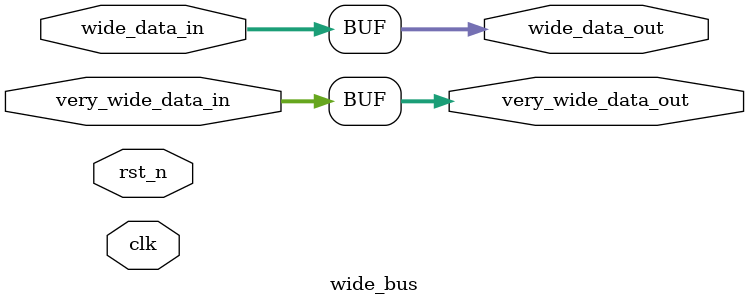
<source format=sv>
module wide_bus (
    input  logic          clk,
    input  logic          rst_n,
    input  logic [255:0]  wide_data_in,
    input  logic [1023:0] very_wide_data_in,
    output logic [255:0]  wide_data_out,
    output logic [1023:0] very_wide_data_out
);
    assign wide_data_out = wide_data_in;
    assign very_wide_data_out = very_wide_data_in;
endmodule

</source>
